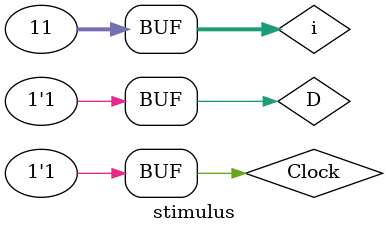
<source format=v>
`timescale 1ns / 1ps
module stimulus;
	reg Clock;
	reg D;
	wire Q;
	// Instantiate the Unit Under Test (UUT)
	d_ff d1 (
		.Clock(Clock), 
		.D(D), 
		.Q(Q)
	);
 
	integer i;
 
	initial begin
	$dumpfile("test.vcd");
    $dumpvars(0,stimulus);
	D = 0;
	#8  D= 1;
	#10 D= 0;
	#10 D= 0;	
	#10 D =1;	
    #10 D =0;
	#10 D = 1;	
	#40;
    end  
 
	initial begin
	Clock = 0;
	for ( i =0; i <=10; i= i+1)
	#10 Clock = ~Clock;
    end  
 
 
		initial begin
		 $monitor("Clock=%d,D=%d,Q=%d \n",Clock,D,Q);
		 end
 
endmodule
</source>
